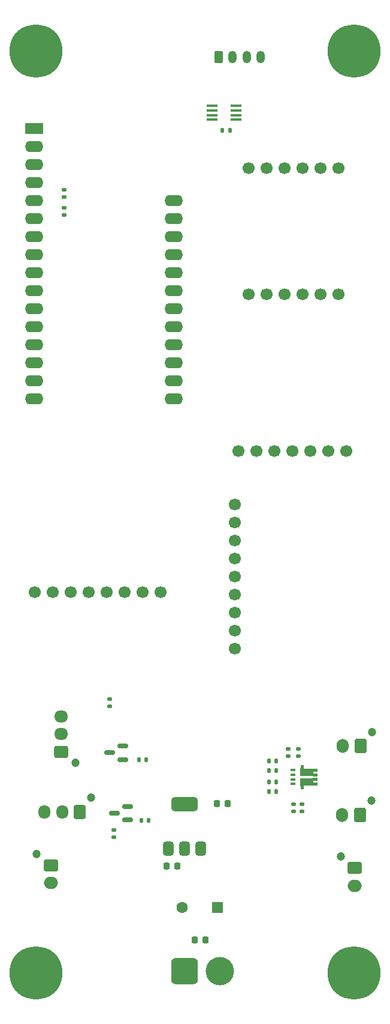
<source format=gbr>
%TF.GenerationSoftware,KiCad,Pcbnew,9.0.1*%
%TF.CreationDate,2025-04-21T23:50:45-04:00*%
%TF.ProjectId,2025SIMPLETVC,32303235-5349-44d5-904c-455456432e6b,rev?*%
%TF.SameCoordinates,Original*%
%TF.FileFunction,Soldermask,Bot*%
%TF.FilePolarity,Negative*%
%FSLAX46Y46*%
G04 Gerber Fmt 4.6, Leading zero omitted, Abs format (unit mm)*
G04 Created by KiCad (PCBNEW 9.0.1) date 2025-04-21 23:50:45*
%MOMM*%
%LPD*%
G01*
G04 APERTURE LIST*
G04 Aperture macros list*
%AMRoundRect*
0 Rectangle with rounded corners*
0 $1 Rounding radius*
0 $2 $3 $4 $5 $6 $7 $8 $9 X,Y pos of 4 corners*
0 Add a 4 corners polygon primitive as box body*
4,1,4,$2,$3,$4,$5,$6,$7,$8,$9,$2,$3,0*
0 Add four circle primitives for the rounded corners*
1,1,$1+$1,$2,$3*
1,1,$1+$1,$4,$5*
1,1,$1+$1,$6,$7*
1,1,$1+$1,$8,$9*
0 Add four rect primitives between the rounded corners*
20,1,$1+$1,$2,$3,$4,$5,0*
20,1,$1+$1,$4,$5,$6,$7,0*
20,1,$1+$1,$6,$7,$8,$9,0*
20,1,$1+$1,$8,$9,$2,$3,0*%
%AMFreePoly0*
4,1,17,1.515000,0.170000,0.915000,0.170000,0.915000,-0.080000,1.515000,-0.080000,1.515000,-0.480000,0.915000,-0.480000,0.915000,-0.505000,-0.395000,-0.505000,-0.395000,-1.005000,-0.825000,-1.005000,-0.825000,-0.625000,-0.915000,-0.625000,-0.915000,0.505000,0.815000,0.505000,0.815000,0.570000,1.515000,0.570000,1.515000,0.170000,1.515000,0.170000,$1*%
%AMFreePoly1*
4,1,17,-0.395000,0.505000,0.915000,0.505000,0.915000,0.480000,1.515000,0.480000,1.515000,0.080000,0.915000,0.080000,0.915000,-0.170000,1.515000,-0.170000,1.515000,-0.570000,0.815000,-0.570000,0.815000,-0.505000,-0.915000,-0.505000,-0.915000,0.625000,-0.825000,0.625000,-0.825000,1.005000,-0.395000,1.005000,-0.395000,0.505000,-0.395000,0.505000,$1*%
G04 Aperture macros list end*
%ADD10RoundRect,0.225000X0.225000X0.250000X-0.225000X0.250000X-0.225000X-0.250000X0.225000X-0.250000X0*%
%ADD11RoundRect,0.225000X-0.225000X-0.250000X0.225000X-0.250000X0.225000X0.250000X-0.225000X0.250000X0*%
%ADD12C,4.700000*%
%ADD13C,7.500000*%
%ADD14C,1.200000*%
%ADD15RoundRect,0.250000X0.600000X0.750000X-0.600000X0.750000X-0.600000X-0.750000X0.600000X-0.750000X0*%
%ADD16O,1.700000X2.000000*%
%ADD17RoundRect,0.760000X-1.140000X-1.140000X1.140000X-1.140000X1.140000X1.140000X-1.140000X1.140000X0*%
%ADD18C,4.000000*%
%ADD19C,1.700000*%
%ADD20R,1.600000X1.600000*%
%ADD21C,1.600000*%
%ADD22RoundRect,0.250000X-0.750000X0.600000X-0.750000X-0.600000X0.750000X-0.600000X0.750000X0.600000X0*%
%ADD23O,2.000000X1.700000*%
%ADD24RoundRect,0.250000X0.725000X-0.600000X0.725000X0.600000X-0.725000X0.600000X-0.725000X-0.600000X0*%
%ADD25O,1.950000X1.700000*%
%ADD26RoundRect,0.250000X-0.350000X-0.625000X0.350000X-0.625000X0.350000X0.625000X-0.350000X0.625000X0*%
%ADD27O,1.200000X1.750000*%
%ADD28RoundRect,0.250000X0.600000X0.725000X-0.600000X0.725000X-0.600000X-0.725000X0.600000X-0.725000X0*%
%ADD29O,1.700000X1.950000*%
%ADD30RoundRect,0.250000X-1.050000X-0.550000X1.050000X-0.550000X1.050000X0.550000X-1.050000X0.550000X0*%
%ADD31O,2.600000X1.600000*%
%ADD32RoundRect,0.135000X-0.185000X0.135000X-0.185000X-0.135000X0.185000X-0.135000X0.185000X0.135000X0*%
%ADD33RoundRect,0.135000X0.135000X0.185000X-0.135000X0.185000X-0.135000X-0.185000X0.135000X-0.185000X0*%
%ADD34RoundRect,0.135000X-0.135000X-0.185000X0.135000X-0.185000X0.135000X0.185000X-0.135000X0.185000X0*%
%ADD35RoundRect,0.135000X0.185000X-0.135000X0.185000X0.135000X-0.185000X0.135000X-0.185000X-0.135000X0*%
%ADD36RoundRect,0.150000X0.587500X0.150000X-0.587500X0.150000X-0.587500X-0.150000X0.587500X-0.150000X0*%
%ADD37R,0.760000X0.350000*%
%ADD38FreePoly0,0.000000*%
%ADD39FreePoly1,0.000000*%
%ADD40R,1.600000X0.300000*%
%ADD41RoundRect,0.375000X0.375000X-0.625000X0.375000X0.625000X-0.375000X0.625000X-0.375000X-0.625000X0*%
%ADD42RoundRect,0.500000X1.400000X-0.500000X1.400000X0.500000X-1.400000X0.500000X-1.400000X-0.500000X0*%
G04 APERTURE END LIST*
D10*
%TO.C,C2*%
X152945000Y-150300000D03*
X154495000Y-150300000D03*
%TD*%
D11*
%TO.C,C22*%
X156050000Y-131100000D03*
X157600000Y-131100000D03*
%TD*%
%TO.C,C19*%
X148945000Y-139900000D03*
X150495000Y-139900000D03*
%TD*%
D12*
%TO.C,H3*%
X130500000Y-25000000D03*
D13*
X130500000Y-25000000D03*
%TD*%
D12*
%TO.C,H4*%
X175500000Y-25000000D03*
D13*
X175500000Y-25000000D03*
%TD*%
D14*
%TO.C,J8*%
X178000000Y-121000000D03*
D15*
X176400000Y-123000000D03*
D16*
X173900000Y-123000000D03*
%TD*%
D12*
%TO.C,H1*%
X130500000Y-155000000D03*
D13*
X130500000Y-155000000D03*
%TD*%
D17*
%TO.C,J10*%
X151500000Y-154700000D03*
D18*
X156500000Y-154700000D03*
%TD*%
D19*
%TO.C,U2*%
X160550000Y-59290000D03*
X163090000Y-59290000D03*
X165630000Y-59290000D03*
X168170000Y-59290000D03*
X170710000Y-59290000D03*
X173250000Y-59290000D03*
X160550000Y-41510000D03*
X163090000Y-41510000D03*
X165630000Y-41510000D03*
X168170000Y-41510000D03*
X170710000Y-41510000D03*
X173250000Y-41510000D03*
%TD*%
D20*
%TO.C,C1*%
X156202651Y-145800000D03*
D21*
X151202651Y-145800000D03*
%TD*%
D14*
%TO.C,J5*%
X173600000Y-138600000D03*
D22*
X175600000Y-140200000D03*
D23*
X175600000Y-142700000D03*
%TD*%
D14*
%TO.C,J4*%
X130600000Y-138200000D03*
D22*
X132600000Y-139800000D03*
D23*
X132600000Y-142300000D03*
%TD*%
D14*
%TO.C,J2*%
X136075000Y-125400000D03*
D24*
X134075000Y-123800000D03*
D25*
X134075000Y-121300000D03*
X134075000Y-118800000D03*
%TD*%
D26*
%TO.C,J7*%
X156300000Y-25900000D03*
D27*
X158300000Y-25900000D03*
X160300000Y-25900000D03*
X162300000Y-25900000D03*
%TD*%
D19*
%TO.C,U7*%
X159130000Y-81450000D03*
X161670000Y-81450000D03*
X164210000Y-81450000D03*
X166750000Y-81450000D03*
X169290000Y-81450000D03*
X171830000Y-81450000D03*
X174370000Y-81450000D03*
%TD*%
%TO.C,U3*%
X158610000Y-88940000D03*
X158610000Y-91480000D03*
X158610000Y-94020000D03*
X158610000Y-96560000D03*
X158610000Y-99100000D03*
X158610000Y-101640000D03*
X158610000Y-104180000D03*
X158610000Y-106720000D03*
X158610000Y-109260000D03*
%TD*%
D12*
%TO.C,H2*%
X175500000Y-155000000D03*
D13*
X175500000Y-155000000D03*
%TD*%
D19*
%TO.C,U4*%
X130320000Y-101300000D03*
X132860000Y-101300000D03*
X135400000Y-101300000D03*
X137940000Y-101300000D03*
X140480000Y-101300000D03*
X143020000Y-101300000D03*
X145560000Y-101300000D03*
X148100000Y-101300000D03*
%TD*%
D14*
%TO.C,J6*%
X177900000Y-130700000D03*
D15*
X176300000Y-132700000D03*
D16*
X173800000Y-132700000D03*
%TD*%
D14*
%TO.C,J3*%
X138300000Y-130300000D03*
D28*
X136700000Y-132300000D03*
D29*
X134200000Y-132300000D03*
X131700000Y-132300000D03*
%TD*%
D30*
%TO.C,A1*%
X130247500Y-35950000D03*
D31*
X130247500Y-38490000D03*
X130247500Y-41030000D03*
X130247500Y-43570000D03*
X130247500Y-46110000D03*
X130247500Y-48650000D03*
X130247500Y-51190000D03*
X130247500Y-53730000D03*
X130247500Y-56270000D03*
X130247500Y-58810000D03*
X130247500Y-61350000D03*
X130247500Y-63890000D03*
X130247500Y-66430000D03*
X130247500Y-68970000D03*
X130247500Y-71510000D03*
X130247500Y-74050000D03*
X149967500Y-74050000D03*
X149967500Y-71510000D03*
X149967500Y-68970000D03*
X149967500Y-66430000D03*
X149967500Y-63890000D03*
X149967500Y-61350000D03*
X149967500Y-58810000D03*
X149967500Y-56270000D03*
X149967500Y-53730000D03*
X149967500Y-51190000D03*
X149967500Y-48650000D03*
X149967500Y-46110000D03*
%TD*%
D32*
%TO.C,R7*%
X141500000Y-134800000D03*
X141500000Y-135820000D03*
%TD*%
D33*
%TO.C,R20*%
X164500000Y-128100000D03*
X163480000Y-128100000D03*
%TD*%
D34*
%TO.C,R6*%
X145390000Y-133500000D03*
X146410000Y-133500000D03*
%TD*%
D32*
%TO.C,R16*%
X168100000Y-131190000D03*
X168100000Y-132210000D03*
%TD*%
D35*
%TO.C,R5*%
X140900000Y-117400000D03*
X140900000Y-116380000D03*
%TD*%
D36*
%TO.C,Q2*%
X143500000Y-131500000D03*
X143500000Y-133400000D03*
X141625000Y-132450000D03*
%TD*%
%TO.C,Q1*%
X142800000Y-123000000D03*
X142800000Y-124900000D03*
X140925000Y-123950000D03*
%TD*%
D37*
%TO.C,U5*%
X166800000Y-128350000D03*
X166800000Y-127700000D03*
X166800000Y-127050000D03*
X166800000Y-126400000D03*
D38*
X168765000Y-128070000D03*
D39*
X168765000Y-126680000D03*
%TD*%
D40*
%TO.C,U1*%
X158800000Y-32750000D03*
X158800000Y-33400000D03*
X158800000Y-34050000D03*
X158800000Y-34700000D03*
X155400000Y-34700000D03*
X155400000Y-34050000D03*
X155400000Y-33400000D03*
X155400000Y-32750000D03*
%TD*%
D34*
%TO.C,R19*%
X163480000Y-129400000D03*
X164500000Y-129400000D03*
%TD*%
D35*
%TO.C,R10*%
X167600000Y-124410000D03*
X167600000Y-123390000D03*
%TD*%
%TO.C,R21*%
X134500000Y-48110000D03*
X134500000Y-47090000D03*
%TD*%
D33*
%TO.C,R8*%
X164510000Y-126500000D03*
X163490000Y-126500000D03*
%TD*%
D34*
%TO.C,R4*%
X145090000Y-124900000D03*
X146110000Y-124900000D03*
%TD*%
D33*
%TO.C,R17*%
X157910000Y-36200000D03*
X156890000Y-36200000D03*
%TD*%
D32*
%TO.C,R18*%
X166900000Y-131200000D03*
X166900000Y-132220000D03*
%TD*%
D41*
%TO.C,U6*%
X153800000Y-137500000D03*
X151500000Y-137500000D03*
D42*
X151500000Y-131200000D03*
D41*
X149200000Y-137500000D03*
%TD*%
D34*
%TO.C,R9*%
X163490000Y-125100000D03*
X164510000Y-125100000D03*
%TD*%
D32*
%TO.C,R22*%
X134500000Y-44590000D03*
X134500000Y-45610000D03*
%TD*%
D35*
%TO.C,R15*%
X166200000Y-124410000D03*
X166200000Y-123390000D03*
%TD*%
M02*

</source>
